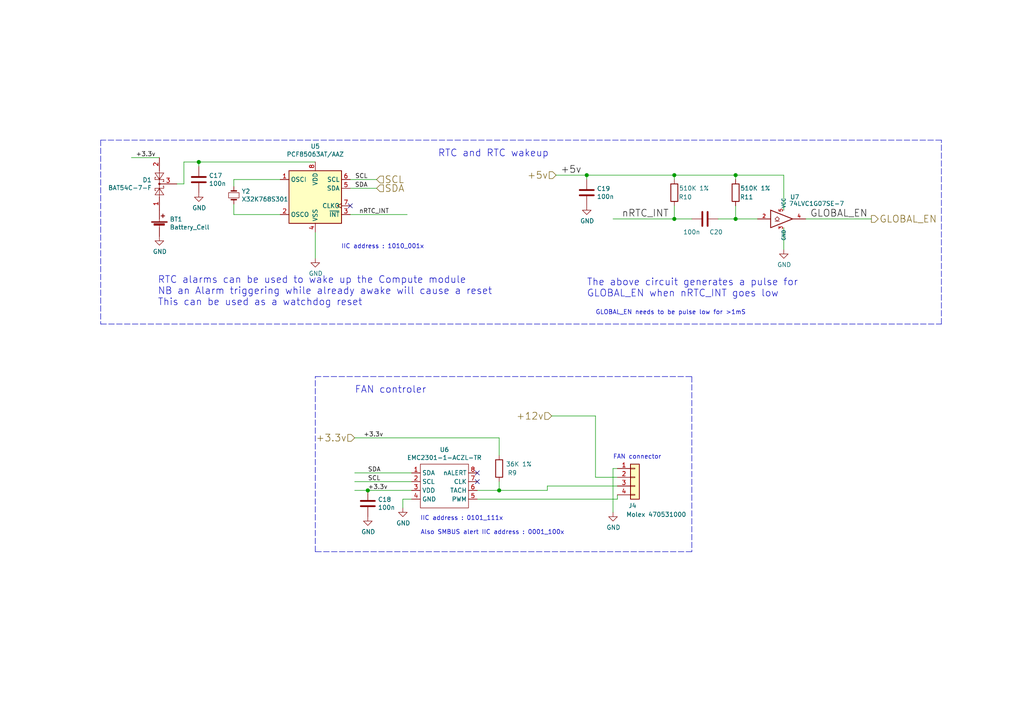
<source format=kicad_sch>
(kicad_sch (version 20231120) (generator "eeschema") (generator_version "8.0")
  (paper "A4")
  (title_block (title "CM4 Board Bare Minimum Requirements") (date "2024-10-25") (rev "0.1") (company "RapidAnalysis") (comment 1 "Author: Asad Imran"))
  (lib_symbols
    (symbol "CM4IO:74LVC1G07_copy"
      (property "Reference" "U" (at -2.54 3.81 0))
      (property "Value" "74LVC1G07_copy" (at 0 -3.81 0))
      (symbol "74LVC1G07_copy_0_1"
        (polyline (pts (xy -2.54 -0.635) (xy -1.27 -0.635)))
        (polyline (pts (xy -3.81 2.54) (xy -3.81 -2.54) (xy 2.54 0) (xy -3.81 2.54)) (stroke (width 0.254)))
        (polyline (pts (xy -1.905 0.635) (xy -2.54 0) (xy -1.905 -0.635) (xy -1.27 0) (xy -1.905 0.635)))
      )
      (symbol "74LVC1G07_copy_1_1"
        (pin input line (at -7.62 0 0) (length 3.81) (name "~") (number "2"))
        (pin power_in line (at 0 -2.54 270) (length 0) (name "GND") (number "3"))
        (pin open_collector line (at 6.35 0 180) (length 3.81) (name "~") (number "4"))
        (pin power_in line (at 0 2.54 90) (length 0) (name "VCC") (number "5"))
      )
    )
    (symbol "CM4IO:EMC2301"
      (property "Reference" "U" (at -7.62 13.97 0))
      (property "Value" "EMC2301" (at -1.27 -1.27 0))
      (symbol "EMC2301_0_0"
        (pin open_collector line (at -11.43 10.16 0) (length 2.54) (name "SDA") (number "1"))
        (pin open_collector line (at -11.43 7.62 0) (length 2.54) (name "SCL") (number "2"))
        (pin power_in line (at -11.43 5.08 0) (length 2.54) (name "VDD") (number "3"))
        (pin power_in line (at -11.43 2.54 0) (length 2.54) (name "GND") (number "4"))
        (pin output line (at 7.62 2.54 180) (length 2.54) (name "PWM") (number "5"))
        (pin input line (at 7.62 5.08 180) (length 2.54) (name "TACH") (number "6"))
        (pin input line (at 7.62 7.62 180) (length 2.54) (name "CLK") (number "7"))
        (pin open_collector line (at 7.62 10.16 180) (length 2.54) (name "nALERT") (number "8"))
      )
      (symbol "EMC2301_0_1"
        (rectangle (start -8.89 12.7) (end 5.08 0))
      )
    )
    (symbol "Connector_Generic:Conn_01x04" (pin_names hide)
      (property "Reference" "J" (at 0 5.08 0))
      (property "Value" "Conn_01x04" (at 0 -7.62 0))
      (symbol "Conn_01x04_1_1"
        (rectangle (start -1.27 -4.953) (end 0 -5.207))
        (rectangle (start -1.27 -2.413) (end 0 -2.667))
        (rectangle (start -1.27 0.127) (end 0 -0.127))
        (rectangle (start -1.27 2.667) (end 0 2.413))
        (rectangle (start -1.27 3.81) (end 1.27 -6.35) (stroke (width 0.254)) (fill (type background)))
        (pin passive line (at -5.08 2.54 0) (length 3.81) (name "Pin_1") (number "1"))
        (pin passive line (at -5.08 0 0) (length 3.81) (name "Pin_2") (number "2"))
        (pin passive line (at -5.08 -2.54 0) (length 3.81) (name "Pin_3") (number "3"))
        (pin passive line (at -5.08 -5.08 0) (length 3.81) (name "Pin_4") (number "4"))
      )
    )
    (symbol "Device:Battery_Cell" (pin_numbers hide) (pin_names (offset 0) hide)
      (property "Reference" "BT" (at 2.54 2.54 0))
      (property "Value" "Battery_Cell" (at 2.54 0 0))
      (symbol "Battery_Cell_0_1"
        (rectangle (start -2.286 1.778) (end 2.286 1.524) (fill (type outline)))
        (rectangle (start -1.5748 1.1938) (end 1.4732 0.6858) (fill (type outline)))
        (polyline (pts (xy 0 0.762) (xy 0 0)))
        (polyline (pts (xy 0 1.778) (xy 0 2.54)))
        (polyline (pts (xy 0.508 3.429) (xy 1.524 3.429)) (stroke (width 0.254)))
        (polyline (pts (xy 1.016 3.937) (xy 1.016 2.921)) (stroke (width 0.254)))
      )
      (symbol "Battery_Cell_1_1"
        (pin passive line (at 0 5.08 270) (length 2.54) (name "+") (number "1"))
        (pin passive line (at 0 -2.54 90) (length 2.54) (name "-") (number "2"))
      )
    )
    (symbol "Device:C" (pin_numbers hide) (pin_names (offset 0.254))
      (property "Reference" "C" (at 0.635 2.54 0))
      (property "Value" "C" (at 0.635 -2.54 0))
      (symbol "C_0_1"
        (polyline (pts (xy -2.032 -0.762) (xy 2.032 -0.762)) (stroke (width 0.508)))
        (polyline (pts (xy -2.032 0.762) (xy 2.032 0.762)) (stroke (width 0.508)))
      )
      (symbol "C_1_1"
        (pin passive line (at 0 3.81 270) (length 2.794) (name "~") (number "1"))
        (pin passive line (at 0 -3.81 90) (length 2.794) (name "~") (number "2"))
      )
    )
    (symbol "Device:Crystal_Small" (pin_numbers hide) (pin_names hide)
      (property "Reference" "Y" (at 0 2.54 0))
      (property "Value" "Crystal_Small" (at 0 -2.54 0))
      (symbol "Crystal_Small_0_1"
        (rectangle (start -0.762 -1.524) (end 0.762 1.524))
        (polyline (pts (xy -1.27 -0.762) (xy -1.27 0.762)) (stroke (width 0.381)))
        (polyline (pts (xy 1.27 -0.762) (xy 1.27 0.762)) (stroke (width 0.381)))
      )
      (symbol "Crystal_Small_1_1"
        (pin passive line (at -2.54 0 0) (length 1.27) (name "1") (number "1"))
        (pin passive line (at 2.54 0 180) (length 1.27) (name "2") (number "2"))
      )
    )
    (symbol "Device:R" (pin_numbers hide) (pin_names (offset 0))
      (property "Reference" "R" (at 2.032 0 90))
      (property "Value" "R" (at 0 0 90))
      (symbol "R_0_1"
        (rectangle (start -1.016 -2.54) (end 1.016 2.54) (stroke (width 0.254)))
      )
      (symbol "R_1_1"
        (pin passive line (at 0 3.81 270) (length 1.27) (name "~") (number "1"))
        (pin passive line (at 0 -3.81 90) (length 1.27) (name "~") (number "2"))
      )
    )
    (symbol "Diode:BAT54C"
      (property "Reference" "D" (at 0.635 -3.81 0))
      (property "Value" "BAT54C" (at -6.35 3.175 0))
      (symbol "BAT54C_0_1"
        (polyline (pts (xy -1.905 0) (xy 1.905 0)))
        (polyline (pts (xy -1.905 1.27) (xy -1.905 1.016)))
        (polyline (pts (xy -1.27 -1.27) (xy -0.635 -1.27)))
        (polyline (pts (xy -1.27 0) (xy -3.81 0)))
        (polyline (pts (xy -1.27 1.27) (xy -1.905 1.27)))
        (polyline (pts (xy -1.27 1.27) (xy -1.27 -1.27)))
        (polyline (pts (xy -0.635 -1.27) (xy -0.635 -1.016)))
        (polyline (pts (xy 0.635 -1.27) (xy 0.635 -1.016)))
        (polyline (pts (xy 1.27 -1.27) (xy 0.635 -1.27)))
        (polyline (pts (xy 1.27 1.27) (xy 1.27 -1.27)))
        (polyline (pts (xy 1.27 1.27) (xy 1.905 1.27)))
        (polyline (pts (xy 1.905 1.27) (xy 1.905 1.016)))
        (polyline (pts (xy 3.81 0) (xy 1.27 0)))
        (polyline (pts (xy -3.175 -1.27) (xy -3.175 1.27) (xy -1.27 0) (xy -3.175 -1.27)))
        (polyline (pts (xy 3.175 -1.27) (xy 3.175 1.27) (xy 1.27 0) (xy 3.175 -1.27)))
        (circle (center 0 0) (radius 0.254) (fill (type outline)))
      )
      (symbol "BAT54C_1_1"
        (pin passive line (at -7.62 0 0) (length 3.81) (name "~") (number "1"))
        (pin passive line (at 7.62 0 180) (length 3.81) (name "~") (number "2"))
        (pin passive line (at 0 -5.08 90) (length 5.08) (name "~") (number "3"))
      )
    )
    (symbol "Timer_RTC:PCF8563T"
      (property "Reference" "U" (at -7.62 8.89 0))
      (property "Value" "PCF8563T" (at 2.54 8.89 0))
      (symbol "PCF8563T_0_1"
        (rectangle (start -7.62 7.62) (end 7.62 -7.62) (stroke (width 0.254)) (fill (type background)))
      )
      (symbol "PCF8563T_1_1"
        (pin input line (at -10.16 5.08 0) (length 2.54) (name "OSCI") (number "1"))
        (pin output line (at -10.16 -5.08 0) (length 2.54) (name "OSCO") (number "2"))
        (pin output line (at 10.16 -5.08 180) (length 2.54) (name "~{INT}") (number "3"))
        (pin power_in line (at 0 -10.16 90) (length 2.54) (name "VSS") (number "4"))
        (pin bidirectional line (at 10.16 2.54 180) (length 2.54) (name "SDA") (number "5"))
        (pin input line (at 10.16 5.08 180) (length 2.54) (name "SCL") (number "6"))
        (pin output clock (at 10.16 -2.54 180) (length 2.54) (name "CLKO") (number "7"))
        (pin power_in line (at 0 10.16 270) (length 2.54) (name "VDD") (number "8"))
      )
    )
    (symbol "power:GND" (power) (pin_names (offset 0))
      (property "Value" "GND" (at 0 -3.81 0))
      (symbol "GND_0_1"
        (polyline (pts (xy 0 0) (xy 0 -1.27) (xy 1.27 -1.27) (xy 0 -2.54) (xy -1.27 -1.27) (xy 0 -1.27)))
      )
      (symbol "GND_1_1"
        (pin power_in line (at 0 0 270) (length 0) hide (name "GND") (number "1"))
      )
    )
  )
  (junction (at 144.78 142.24) (diameter 1.016))
  (junction (at 57.658 46.99) (diameter 1.016))
  (junction (at 213.36 50.8) (diameter 1.016))
  (junction (at 195.58 63.5) (diameter 1.016))
  (junction (at 195.58 50.8) (diameter 1.016))
  (junction (at 213.36 63.5) (diameter 1.016))
  (junction (at 170.18 50.8) (diameter 1.016))
  (junction (at 106.68 142.24) (diameter 1.016))
  (no_connect (at 138.43 139.7))
  (no_connect (at 138.43 137.16))
  (no_connect (at 101.6 59.69))
  (wire (pts (xy 213.36 63.5) (xy 213.36 59.69)))
  (wire (pts (xy 213.36 63.5) (xy 219.71 63.5)))
  (polyline (pts (xy 29.21 40.64) (xy 29.21 93.98)) (stroke (width 0) (type dash)))
  (wire (pts (xy 57.658 46.99) (xy 91.44 46.99)))
  (wire (pts (xy 57.658 46.99) (xy 57.658 48.2854)))
  (wire (pts (xy 53.34 53.34) (xy 53.34 46.99)))
  (wire (pts (xy 213.36 50.8) (xy 227.33 50.8)))
  (wire (pts (xy 195.58 50.8) (xy 195.58 52.07)))
  (wire (pts (xy 138.43 142.24) (xy 144.78 142.24)))
  (polyline (pts (xy 200.66 160.02) (xy 91.44 160.02)) (stroke (width 0) (type dash)))
  (wire (pts (xy 101.6 62.23) (xy 118.11 62.23)))
  (wire (pts (xy 227.33 66.04) (xy 227.33 72.39)))
  (wire (pts (xy 109.22 54.61) (xy 101.6 54.61)))
  (wire (pts (xy 172.72 120.65) (xy 160.02 120.65)))
  (wire (pts (xy 51.308 53.34) (xy 53.34 53.34)))
  (wire (pts (xy 170.18 50.8) (xy 195.58 50.8)))
  (wire (pts (xy 144.78 127) (xy 144.78 132.08)))
  (wire (pts (xy 53.34 46.99) (xy 57.658 46.99)))
  (wire (pts (xy 179.07 144.78) (xy 179.07 143.51)))
  (polyline (pts (xy 273.05 93.98) (xy 273.05 40.64)) (stroke (width 0) (type dash)))
  (wire (pts (xy 195.58 63.5) (xy 200.66 63.5)))
  (wire (pts (xy 119.38 142.24) (xy 106.68 142.24)))
  (wire (pts (xy 179.07 135.89) (xy 177.8 135.89)))
  (polyline (pts (xy 91.44 160.02) (xy 91.44 109.22)) (stroke (width 0) (type dash)))
  (wire (pts (xy 161.29 50.8) (xy 170.18 50.8)))
  (wire (pts (xy 179.07 140.97) (xy 158.75 140.97)))
  (wire (pts (xy 116.84 144.78) (xy 116.84 147.32)))
  (wire (pts (xy 233.68 63.5) (xy 252.73 63.5)))
  (wire (pts (xy 91.44 67.31) (xy 91.44 74.93)))
  (wire (pts (xy 138.43 144.78) (xy 179.07 144.78)))
  (wire (pts (xy 119.38 139.7) (xy 102.87 139.7)))
  (polyline (pts (xy 91.44 109.22) (xy 200.66 109.22)) (stroke (width 0) (type dash)))
  (wire (pts (xy 67.818 62.23) (xy 67.818 59.182)))
  (wire (pts (xy 177.8 63.5) (xy 195.58 63.5)))
  (wire (pts (xy 213.36 50.8) (xy 213.36 52.07)))
  (wire (pts (xy 195.58 63.5) (xy 195.58 59.69)))
  (wire (pts (xy 67.818 52.07) (xy 67.818 54.102)))
  (polyline (pts (xy 273.05 40.64) (xy 29.21 40.64)) (stroke (width 0) (type dash)))
  (wire (pts (xy 109.22 52.07) (xy 101.6 52.07)))
  (wire (pts (xy 172.72 120.65) (xy 172.72 138.43)))
  (wire (pts (xy 170.18 52.07) (xy 170.18 50.8)))
  (wire (pts (xy 119.38 137.16) (xy 102.87 137.16)))
  (wire (pts (xy 158.75 140.97) (xy 158.75 142.24)))
  (wire (pts (xy 38.1 45.72) (xy 46.228 45.72)))
  (wire (pts (xy 195.58 50.8) (xy 213.36 50.8)))
  (wire (pts (xy 179.07 138.43) (xy 172.72 138.43)))
  (wire (pts (xy 119.38 144.78) (xy 116.84 144.78)))
  (wire (pts (xy 227.33 50.8) (xy 227.33 60.96)))
  (wire (pts (xy 102.87 127) (xy 144.78 127)))
  (polyline (pts (xy 200.66 109.22) (xy 200.66 160.02)) (stroke (width 0) (type dash)))
  (wire (pts (xy 67.818 52.07) (xy 81.28 52.07)))
  (wire (pts (xy 81.28 62.23) (xy 67.818 62.23)))
  (wire (pts (xy 208.28 63.5) (xy 213.36 63.5)))
  (wire (pts (xy 144.78 142.24) (xy 144.78 139.7)))
  (wire (pts (xy 144.78 142.24) (xy 158.75 142.24)))
  (wire (pts (xy 177.8 135.89) (xy 177.8 148.59)))
  (wire (pts (xy 106.68 142.24) (xy 102.87 142.24)))
  (polyline (pts (xy 29.21 93.98) (xy 273.05 93.98)) (stroke (width 0) (type dash)))
  (text "RTC alarms can be used to wake up the Compute module\nNB an Alarm triggering while already awake will cause a reset \nThis can be used as a watchdog reset " (at 45.72 88.9 0) (effects (font (size 2.0066 2.0066)) (justify left bottom)))
  (text "GLOBAL_EN needs to be pulse low for >1mS" (at 172.72 91.44 0) (effects (font (size 1.27 1.27)) (justify left bottom)))
  (text "RTC and RTC wakeup" (at 127 45.72 0) (effects (font (size 2.0066 2.0066)) (justify left bottom)))
  (text "IIC address : 0101_111x" (at 121.92 151.13 0) (effects (font (size 1.27 1.27)) (justify left bottom)))
  (text "FAN controler" (at 102.87 114.3 0) (effects (font (size 2.0066 2.0066)) (justify left bottom)))
  (text "IIC address : 1010_001x" (at 98.9838 72.3138 0) (effects (font (size 1.27 1.27)) (justify left bottom)))
  (text "Also SMBUS alert IIC address : 0001_100x" (at 121.9454 155.2194 0) (effects (font (size 1.27 1.27)) (justify left bottom)))
  (text "The above circuit generates a pulse for\nGLOBAL_EN when nRTC_INT goes low" (at 170.18 86.36 0) (effects (font (size 2.0066 2.0066)) (justify left bottom)))
  (text "FAN connector\n" (at 177.8 133.35 0) (effects (font (size 1.27 1.27)) (justify left bottom)))
  (label "+3.3v" (at 105.41 127 0))
  (label "SCL" (at 106.68 52.07 180))
  (label "+3.3v" (at 39.37 45.72 0))
  (label "+3.3v" (at 106.68 142.24 0))
  (label "nRTC_INT" (at 180.34 63.5 0) (effects (font (size 2.0066 2.0066))))
  (label "SDA" (at 106.68 137.16 0))
  (label "+5v" (at 162.56 50.8 0) (effects (font (size 2.0066 2.0066))))
  (label "nRTC_INT" (at 104.14 62.23 0))
  (label "SDA" (at 106.68 54.61 180))
  (label "GLOBAL_EN" (at 234.95 63.5 0) (effects (font (size 2.0066 2.0066))))
  (label "SCL" (at 106.68 139.7 0))
  (hierarchical_label "SDA" (shape input) (at 109.22 54.61 0) (effects (font (size 2.0066 2.0066))))
  (hierarchical_label "+5v" (shape input) (at 161.29 50.8 180) (effects (font (size 2.0066 2.0066))))
  (hierarchical_label "+3.3v" (shape input) (at 102.87 127 180) (effects (font (size 2.0066 2.0066))))
  (hierarchical_label "SCL" (shape input) (at 109.22 52.07 0) (effects (font (size 2.0066 2.0066))))
  (hierarchical_label "GLOBAL_EN" (shape output) (at 252.73 63.5 0) (effects (font (size 2.0066 2.0066))))
  (hierarchical_label "+12v" (shape input) (at 160.02 120.65 180) (effects (font (size 2.0066 2.0066))))
  (symbol (lib_id "power:GND") (at 177.8 148.59 0) (unit 1)
    (property "Reference" "#PWR032" (effects (hide yes)))
    (property "Value" "GND" (at 177.927 152.9842 0))
  )
  (symbol (lib_id "power:GND") (at 91.44 74.93 0) (unit 1)
    (property "Reference" "#PWR028" (effects (hide yes)))
    (property "Value" "GND" (at 91.567 79.3242 0))
  )
  (symbol (lib_id "power:GND") (at 106.68 149.86 0) (unit 1)
    (property "Reference" "#PWR029" (effects (hide yes)))
    (property "Value" "GND" (at 106.807 154.2542 0))
  )
  (symbol (lib_id "Device:C") (at 204.47 63.5 270) (unit 1)
    (property "Reference" "C20" (at 205.74 67.31 90) (effects (justify left)))
    (property "Value" "100n" (at 198.12 67.31 90) (effects (justify left)))
    (property "Footprint" "Capacitor_SMD:C_0402_1005Metric" (effects (hide yes)))
    (property "Datasheet" "https://search.murata.co.jp/Ceramy/image/img/A01X/G101/ENG/GRM155R71C104KA88-01.pdf" (effects (hide yes)))
    (property "Field4" "Farnell" (effects (hide yes)))
    (property "Field5" "2611911" (effects (hide yes)))
    (property "Field6" "RM EMK105 B7104KV-F" (effects (hide yes)))
    (property "Field7" "TAIYO YUDEN EUROPE GMBH" (effects (hide yes)))
    (property "Part Description" "	0.1uF 10% 16V Ceramic Capacitor X7R 0402 (1005 Metric)" (effects (hide yes)))
    (property "Field8" "110091611" (effects (hide yes)))
  )
  (symbol (lib_id "Device:Battery_Cell") (at 46.228 66.04 0) (unit 1)
    (property "Reference" "BT1" (at 49.2252 63.6016 0) (effects (justify left)))
    (property "Value" "Battery_Cell" (at 49.2252 65.913 0) (effects (justify left)))
    (property "Footprint" "Battery:BatteryHolder_Keystone_3034_1x20mm" (effects (hide yes)))
    (property "Datasheet" "https://www.keyelco.com/userAssets/file/M65p9.pdf" (effects (hide yes)))
    (property "Field4" "Digikey" (effects (hide yes)))
    (property "Field5" "36-3034-ND" (effects (hide yes)))
    (property "Field6" "3034" (effects (hide yes)))
    (property "Field7" "Keystone" (effects (hide yes)))
    (property "Part Description" "	Battery Retainer Coin, 20.0mm 1 Cell SMD (SMT) Tab" (effects (hide yes)))
  )
  (symbol (lib_id "Device:C") (at 170.18 55.88 0) (unit 1)
    (property "Reference" "C19" (at 173.101 54.7116 0) (effects (justify left)))
    (property "Value" "100n" (at 173.101 57.023 0) (effects (justify left)))
    (property "Footprint" "Capacitor_SMD:C_0402_1005Metric" (effects (hide yes)))
    (property "Datasheet" "https://search.murata.co.jp/Ceramy/image/img/A01X/G101/ENG/GRM155R71C104KA88-01.pdf" (effects (hide yes)))
    (property "Field4" "Farnell" (effects (hide yes)))
    (property "Field5" "2611911" (effects (hide yes)))
    (property "Field6" "RM EMK105 B7104KV-F" (effects (hide yes)))
    (property "Field7" "TAIYO YUDEN EUROPE GMBH" (effects (hide yes)))
    (property "Part Description" "	0.1uF 10% 16V Ceramic Capacitor X7R 0402 (1005 Metric)" (effects (hide yes)))
    (property "Field8" "110091611" (effects (hide yes)))
  )
  (symbol (lib_id "Timer_RTC:PCF8563T") (at 91.44 57.15 0) (unit 1)
    (property "Reference" "U5" (at 91.44 42.4434 0))
    (property "Value" "PCF85063AT/AAZ" (at 91.44 44.7548 0))
    (property "Footprint" "Package_SO:SOIC-8_3.9x4.9mm_P1.27mm" (effects (hide yes)))
    (property "Datasheet" "https://www.nxp.com/docs/en/data-sheet/PCF85063A.pdf" (effects (hide yes)))
    (property "Field4" "Farnell" (effects (hide yes)))
    (property "Field5" "2890042" (effects (hide yes)))
    (property "Field7" "NXP" (effects (hide yes)))
    (property "Field6" "PCF85063AT/AAZ" (effects (hide yes)))
    (property "Part Description" "Real Time Clock (RTC) IC Clock/Calendar I²C, 2-Wire Serial 8-SOIC (0.154\", 3.90mm Width)" (effects (hide yes)))
  )
  (symbol (lib_id "CM4IO:EMC2301") (at 130.81 147.32 0) (unit 1)
    (property "Reference" "U6" (at 128.905 130.429 0))
    (property "Value" "EMC2301-1-ACZL-TR" (at 128.905 132.7404 0))
    (property "Footprint" "Package_SO:MSOP-8_3x3mm_P0.65mm" (effects (hide yes)))
    (property "Datasheet" "https://ww1.microchip.com/downloads/en/DeviceDoc/2301.pdf" (effects (hide yes)))
    (property "Field4" "Digikey" (effects (hide yes)))
    (property "Field5" "EMC2301-1-ACZL-CT-ND" (effects (hide yes)))
    (property "Field6" "EMC2301-1-ACZL-TR" (effects (hide yes)))
    (property "Field7" "Microchip" (effects (hide yes)))
    (property "Part Description" "Motor Driver PWM 8-MSOP" (effects (hide yes)))
  )
  (symbol (lib_id "power:GND") (at 170.18 59.69 0) (unit 1)
    (property "Reference" "#PWR031" (effects (hide yes)))
    (property "Value" "GND" (at 170.307 64.0842 0))
  )
  (symbol (lib_id "power:GND") (at 46.228 68.58 0) (unit 1)
    (property "Reference" "#PWR026" (effects (hide yes)))
    (property "Value" "GND" (at 46.355 72.9742 0))
  )
  (symbol (lib_id "power:GND") (at 227.33 72.39 0) (unit 1)
    (property "Reference" "#PWR033" (effects (hide yes)))
    (property "Value" "GND" (at 227.457 76.7842 0))
  )
  (symbol (lib_id "Device:R") (at 213.36 55.88 180) (unit 1)
    (property "Reference" "R11" (at 216.535 57.15 0))
    (property "Value" "510K 1%" (at 219.075 54.61 0))
    (property "Footprint" "Resistor_SMD:R_0402_1005Metric" (effects (hide yes)))
    (property "Datasheet" "https://fscdn.rohm.com/en/products/databook/datasheet/passive/resistor/chip_resistor/mcr-e.pdf" (effects (hide yes)))
    (property "Field4" "Farnell" (effects (hide yes)))
    (property "Field5" "1458807" (effects (hide yes)))
    (property "Field7" "Rohm" (effects (hide yes)))
    (property "Field6" "MCR01MZPF5103" (effects (hide yes)))
    (property "Part Description" "Resistor 510K M1005 1% 63mW" (effects (hide yes)))
  )
  (symbol (lib_id "Device:C") (at 106.68 146.05 0) (unit 1)
    (property "Reference" "C18" (at 109.601 144.8816 0) (effects (justify left)))
    (property "Value" "100n" (at 109.601 147.193 0) (effects (justify left)))
    (property "Footprint" "Capacitor_SMD:C_0402_1005Metric" (effects (hide yes)))
    (property "Datasheet" "https://search.murata.co.jp/Ceramy/image/img/A01X/G101/ENG/GRM155R71C104KA88-01.pdf" (effects (hide yes)))
    (property "Field4" "Farnell" (effects (hide yes)))
    (property "Field5" "2611911" (effects (hide yes)))
    (property "Field6" "RM EMK105 B7104KV-F" (effects (hide yes)))
    (property "Field7" "TAIYO YUDEN EUROPE GMBH" (effects (hide yes)))
    (property "Part Description" "	0.1uF 10% 16V Ceramic Capacitor X7R 0402 (1005 Metric)" (effects (hide yes)))
    (property "Field8" "110091611" (effects (hide yes)))
  )
  (symbol (lib_id "CM4IO:74LVC1G07_copy") (at 227.33 63.5 0) (unit 1)
    (property "Reference" "U7" (at 230.505 57.15 0))
    (property "Value" "74LVC1G07SE-7" (at 236.855 59.055 0))
    (property "Footprint" "Package_TO_SOT_SMD:SOT-353_SC-70-5" (effects (hide yes)))
    (property "Datasheet" "https://www.diodes.com/assets/Datasheets/74LVC1G07.pdf" (effects (hide yes)))
    (property "Field4" "Farnell" (effects (hide yes)))
    (property "Field5" "2425492" (effects (hide yes)))
    (property "Field6" "74LVC1G07SE-7" (effects (hide yes)))
    (property "Field7" "Diodes" (effects (hide yes)))
    (property "Part Description" "Buffer, Non-Inverting 1 Element 1 Bit per Element Open Drain Output SOT-353" (effects (hide yes)))
  )
  (symbol (lib_id "power:GND") (at 57.658 55.9054 0) (unit 1)
    (property "Reference" "#PWR027" (effects (hide yes)))
    (property "Value" "GND" (at 57.785 60.2996 0))
  )
  (symbol (lib_id "Device:C") (at 57.658 52.0954 0) (unit 1)
    (property "Reference" "C17" (at 60.579 50.927 0) (effects (justify left)))
    (property "Value" "100n" (at 60.579 53.2384 0) (effects (justify left)))
    (property "Footprint" "Capacitor_SMD:C_0402_1005Metric" (effects (hide yes)))
    (property "Datasheet" "https://search.murata.co.jp/Ceramy/image/img/A01X/G101/ENG/GRM155R71C104KA88-01.pdf" (effects (hide yes)))
    (property "Field4" "Farnell" (effects (hide yes)))
    (property "Field5" "2611911" (effects (hide yes)))
    (property "Field6" "RM EMK105 B7104KV-F" (effects (hide yes)))
    (property "Field7" "TAIYO YUDEN EUROPE GMBH" (effects (hide yes)))
    (property "Part Description" "	0.1uF 10% 16V Ceramic Capacitor X7R 0402 (1005 Metric)" (effects (hide yes)))
    (property "Field8" "110091611" (effects (hide yes)))
  )
  (symbol (lib_id "power:GND") (at 116.84 147.32 0) (unit 1)
    (property "Reference" "#PWR030" (effects (hide yes)))
    (property "Value" "GND" (at 116.967 151.7142 0))
  )
  (symbol (lib_id "Connector_Generic:Conn_01x04") (at 184.15 138.43 0) (unit 1)
    (property "Reference" "J4" (at 182.245 146.685 0) (effects (justify left)))
    (property "Value" "Molex 470531000" (at 181.61 149.225 0) (effects (justify left)))
    (property "Footprint" "Connector:FanPinHeader_1x04_P2.54mm_Vertical" (effects (hide yes)))
    (property "Datasheet" "https://www.molex.com/pdm_docs/sd/470531000_sd.pdf" (effects (hide yes)))
    (property "Field4" "Farnell" (effects (hide yes)))
    (property "Field5" "	2313705" (effects (hide yes)))
    (property "Field6" "470531000" (effects (hide yes)))
    (property "Field7" "Molex" (effects (hide yes)))
    (property "Part Description" "	Connector Header Through Hole 4 position 0.100\" (2.54mm)" (effects (hide yes)))
  )
  (symbol (lib_id "Diode:BAT54C") (at 46.228 53.34 90) (unit 1)
    (property "Reference" "D1" (at 44.0182 52.197 90) (effects (justify left)))
    (property "Value" "BAT54C-7-F" (at 44.0182 54.483 90) (effects (justify left)))
    (property "Footprint" "Package_TO_SOT_SMD:SOT-23" (effects (hide yes)))
    (property "Datasheet" "http://www.farnell.com/datasheets/2861240.pdf?_ga=2.129831176.54358802.1587372871-1787849031.1568210898&_gac=1.175311126.1587399424.EAIaIQobChMInOvF07P36AIVw7HtCh0NWwCeEAAYAyAAEgI0YfD_BwE" (effects (hide yes)))
    (property "Field4" "Farnell" (effects (hide yes)))
    (property "Field5" "2306010" (effects (hide yes)))
    (property "Field6" "BAT54C-7-F" (effects (hide yes)))
    (property "Field7" "Rohm" (effects (hide yes)))
    (property "Part Description" "Diode Array 1 Pair Common Cathode Schottky 30V 200mA (DC) Surface Mount TO-236-3, SC-59, SOT-23-3" (effects (hide yes)))
  )
  (symbol (lib_id "Device:R") (at 195.58 55.88 180) (unit 1)
    (property "Reference" "R10" (at 198.755 57.15 0))
    (property "Value" "510K 1%" (at 201.295 54.61 0))
    (property "Footprint" "Resistor_SMD:R_0402_1005Metric" (effects (hide yes)))
    (property "Datasheet" "https://fscdn.rohm.com/en/products/databook/datasheet/passive/resistor/chip_resistor/mcr-e.pdf" (effects (hide yes)))
    (property "Field4" "Farnell" (effects (hide yes)))
    (property "Field5" "1458807" (effects (hide yes)))
    (property "Field7" "Rohm" (effects (hide yes)))
    (property "Field6" "MCR01MZPF5103" (effects (hide yes)))
    (property "Part Description" "Resistor 510K M1005 1% 63mW" (effects (hide yes)))
  )
  (symbol (lib_id "Device:Crystal_Small") (at 67.818 56.642 90) (unit 1)
    (property "Reference" "Y2" (at 70.0532 55.499 90) (effects (justify right)))
    (property "Value" "X32K768S301" (at 70.0532 57.785 90) (effects (justify right)))
    (property "Footprint" "Crystal:Crystal_SMD_3215-2Pin_3.2x1.5mm" (effects (hide yes)))
    (property "Field6" "X32K768S301" (effects (hide yes)))
    (property "Field7" "AEL" (effects (hide yes)))
    (property "Part Description" "Crystal 32.768KHz 7pF 20pmm" (effects (hide yes)))
  )
  (symbol (lib_id "Device:R") (at 144.78 135.89 180) (unit 1)
    (property "Reference" "R9" (at 148.59 137.16 0))
    (property "Value" "36K 1%" (at 150.495 134.62 0))
    (property "Footprint" "Resistor_SMD:R_0402_1005Metric" (effects (hide yes)))
    (property "Datasheet" "https://fscdn.rohm.com/en/products/databook/datasheet/passive/resistor/chip_resistor/mcr-e.pdf" (effects (hide yes)))
    (property "Field4" "Farnell" (effects (hide yes)))
    (property "Field5" "1458788" (effects (hide yes)))
    (property "Field7" "Rohm" (effects (hide yes)))
    (property "Field6" "MCR01MZPF3602" (effects (hide yes)))
    (property "Part Description" "Resistor 36K M1005 1% 63mW" (effects (hide yes)))
  )
)
</source>
